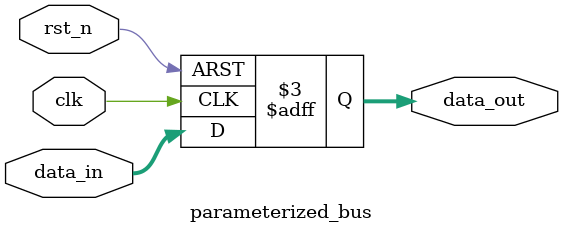
<source format=v>
module parameterized_bus #(
    parameter WIDTH = 32
)(
    input clk,
    input rst_n,
    input [WIDTH-1 : 0] data_in,
    output reg [WIDTH-1 : 0] data_out
);

always @ (posedge clk or negedge rst_n) begin
    if(!rst_n)
        data_out <= {WIDTH{1'b0}};
    else
        data_out <= data_in;
end

endmodule
</source>
